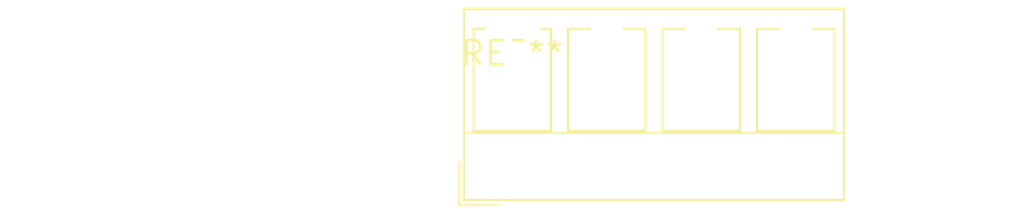
<source format=kicad_pcb>
(kicad_pcb (version 20240108) (generator pcbnew)
  (layers (0 "F.Cu" signal) (31 "B.Cu" signal) (34 "B.Paste" user) (35 "F.Paste" user) (36 "B.SilkS" user "B.Silkscreen") (37 "F.SilkS" user "F.Silkscreen") (38 "B.Mask" user) (39 "F.Mask" user) (44 "Edge.Cuts" user))
  (net 0 "")
  (footprint "TerminalBlock_RND_205-00278_1x04_P5.00mm_Vertical" (layer "F.Cu") (at 0 0)
    (property "Reference" "REF**")
    (property "Value" "TerminalBlock_RND_205-00278_1x04_P5.00mm_Vertical")
    (fp_line (start -2.8 5.76) (end -2.8 8) (layer "F.SilkS") (stroke (width 0.12)))
    (fp_line (start -2.8 8) (end -0.8 8) (layer "F.SilkS") (stroke (width 0.12)))
    (fp_line (start -2.56 -2.36) (end -2.56 7.76) (layer "F.SilkS") (stroke (width 0.12)))
    (fp_line (start -2.56 -2.36) (end 17.561 -2.36) (layer "F.SilkS") (stroke (width 0.12)))
    (fp_line (start -2.56 4.2) (end 17.561 4.2) (layer "F.SilkS") (stroke (width 0.12)))
    (fp_line (start -2.56 7.76) (end 17.561 7.76) (layer "F.SilkS") (stroke (width 0.12)))
    (fp_line (start -2.05 -1.3) (end -2.05 4.1) (layer "F.SilkS") (stroke (width 0.12)))
    (fp_line (start -2.05 -1.3) (end -1.49 -1.3) (layer "F.SilkS") (stroke (width 0.12)))
    (fp_line (start -2.05 4.1) (end 2.05 4.1) (layer "F.SilkS") (stroke (width 0.12)))
    (fp_line (start 1.49 -1.3) (end 2.05 -1.3) (layer "F.SilkS") (stroke (width 0.12)))
    (fp_line (start 2.05 -1.3) (end 2.05 4.1) (layer "F.SilkS") (stroke (width 0.12)))
    (fp_line (start 2.95 -1.3) (end 2.95 4.1) (layer "F.SilkS") (stroke (width 0.12)))
    (fp_line (start 2.95 -1.3) (end 4.117 -1.3) (layer "F.SilkS") (stroke (width 0.12)))
    (fp_line (start 2.95 4.1) (end 7.05 4.1) (layer "F.SilkS") (stroke (width 0.12)))
    (fp_line (start 5.884 -1.3) (end 7.05 -1.3) (layer "F.SilkS") (stroke (width 0.12)))
    (fp_line (start 7.05 -1.3) (end 7.05 4.1) (layer "F.SilkS") (stroke (width 0.12)))
    (fp_line (start 7.95 -1.3) (end 7.95 4.1) (layer "F.SilkS") (stroke (width 0.12)))
    (fp_line (start 7.95 -1.3) (end 9.117 -1.3) (layer "F.SilkS") (stroke (width 0.12)))
    (fp_line (start 7.95 4.1) (end 12.05 4.1) (layer "F.SilkS") (stroke (width 0.12)))
    (fp_line (start 10.884 -1.3) (end 12.05 -1.3) (layer "F.SilkS") (stroke (width 0.12)))
    (fp_line (start 12.05 -1.3) (end 12.05 4.1) (layer "F.SilkS") (stroke (width 0.12)))
    (fp_line (start 12.95 -1.3) (end 12.95 4.1) (layer "F.SilkS") (stroke (width 0.12)))
    (fp_line (start 12.95 -1.3) (end 14.117 -1.3) (layer "F.SilkS") (stroke (width 0.12)))
    (fp_line (start 12.95 4.1) (end 17.05 4.1) (layer "F.SilkS") (stroke (width 0.12)))
    (fp_line (start 15.884 -1.3) (end 17.05 -1.3) (layer "F.SilkS") (stroke (width 0.12)))
    (fp_line (start 17.05 -1.3) (end 17.05 4.1) (layer "F.SilkS") (stroke (width 0.12)))
    (fp_line (start 17.561 -2.36) (end 17.561 7.76) (layer "F.SilkS") (stroke (width 0.12)))
    (pad "1" thru_hole rect (at 0 0) (size 2.5 2.5) (drill 1.3) (layers *.Cu *.Mask) (remove_unused_layers))
    (pad "2" thru_hole circle (at 5 0) (size 2.5 2.5) (drill 1.3) (layers *.Cu *.Mask) (remove_unused_layers))
    (pad "3" thru_hole circle (at 10 0) (size 2.5 2.5) (drill 1.3) (layers *.Cu *.Mask) (remove_unused_layers))
    (pad "4" thru_hole circle (at 15 0) (size 2.5 2.5) (drill 1.3) (layers *.Cu *.Mask) (remove_unused_layers))
  )
)
</source>
